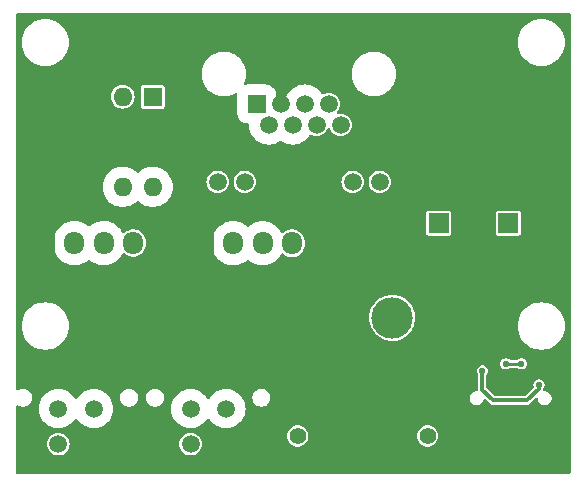
<source format=gbr>
%TF.GenerationSoftware,KiCad,Pcbnew,8.0.7-8.0.7-0~ubuntu22.04.1*%
%TF.CreationDate,2025-01-12T20:07:59+01:00*%
%TF.ProjectId,debug_can_usb,64656275-675f-4636-916e-5f7573622e6b,rev?*%
%TF.SameCoordinates,Original*%
%TF.FileFunction,Copper,L2,Bot*%
%TF.FilePolarity,Positive*%
%FSLAX46Y46*%
G04 Gerber Fmt 4.6, Leading zero omitted, Abs format (unit mm)*
G04 Created by KiCad (PCBNEW 8.0.7-8.0.7-0~ubuntu22.04.1) date 2025-01-12 20:07:59*
%MOMM*%
%LPD*%
G01*
G04 APERTURE LIST*
G04 Aperture macros list*
%AMRoundRect*
0 Rectangle with rounded corners*
0 $1 Rounding radius*
0 $2 $3 $4 $5 $6 $7 $8 $9 X,Y pos of 4 corners*
0 Add a 4 corners polygon primitive as box body*
4,1,4,$2,$3,$4,$5,$6,$7,$8,$9,$2,$3,0*
0 Add four circle primitives for the rounded corners*
1,1,$1+$1,$2,$3*
1,1,$1+$1,$4,$5*
1,1,$1+$1,$6,$7*
1,1,$1+$1,$8,$9*
0 Add four rect primitives between the rounded corners*
20,1,$1+$1,$2,$3,$4,$5,0*
20,1,$1+$1,$4,$5,$6,$7,0*
20,1,$1+$1,$6,$7,$8,$9,0*
20,1,$1+$1,$8,$9,$2,$3,0*%
G04 Aperture macros list end*
%TA.AperFunction,ComponentPad*%
%ADD10RoundRect,0.250001X0.499999X0.499999X-0.499999X0.499999X-0.499999X-0.499999X0.499999X-0.499999X0*%
%TD*%
%TA.AperFunction,ComponentPad*%
%ADD11C,1.500000*%
%TD*%
%TA.AperFunction,ComponentPad*%
%ADD12O,1.000000X2.100000*%
%TD*%
%TA.AperFunction,ComponentPad*%
%ADD13O,1.000000X1.800000*%
%TD*%
%TA.AperFunction,ComponentPad*%
%ADD14RoundRect,0.250000X-0.600000X-0.725000X0.600000X-0.725000X0.600000X0.725000X-0.600000X0.725000X0*%
%TD*%
%TA.AperFunction,ComponentPad*%
%ADD15O,1.700000X1.950000*%
%TD*%
%TA.AperFunction,ComponentPad*%
%ADD16R,1.700000X1.700000*%
%TD*%
%TA.AperFunction,ComponentPad*%
%ADD17R,1.600000X1.600000*%
%TD*%
%TA.AperFunction,ComponentPad*%
%ADD18O,1.600000X1.600000*%
%TD*%
%TA.AperFunction,ComponentPad*%
%ADD19C,1.400000*%
%TD*%
%TA.AperFunction,ComponentPad*%
%ADD20RoundRect,0.770000X0.980000X0.980000X-0.980000X0.980000X-0.980000X-0.980000X0.980000X-0.980000X0*%
%TD*%
%TA.AperFunction,ComponentPad*%
%ADD21C,3.500000*%
%TD*%
%TA.AperFunction,ComponentPad*%
%ADD22R,1.500000X1.500000*%
%TD*%
%TA.AperFunction,ComponentPad*%
%ADD23C,2.300000*%
%TD*%
%TA.AperFunction,ViaPad*%
%ADD24C,0.550000*%
%TD*%
%TA.AperFunction,Conductor*%
%ADD25C,0.254000*%
%TD*%
%TA.AperFunction,Conductor*%
%ADD26C,0.300000*%
%TD*%
G04 APERTURE END LIST*
D10*
%TO.P,U2,1,Pin_1*%
%TO.N,GND*%
X141920000Y-99490001D03*
D11*
%TO.P,U2,2,Pin_2*%
%TO.N,unconnected-(U2-Pin_2-Pad2)*%
X138920000Y-99490001D03*
%TO.P,U2,3,Pin_3*%
%TO.N,/CAN/CAN2+*%
X141920000Y-96490001D03*
%TO.P,U2,4,Pin_4*%
%TO.N,/CAN/CAN2-*%
X138920000Y-96490001D03*
%TD*%
D12*
%TO.P,J5,S1,SHIELD*%
%TO.N,GND*%
X161700000Y-95080001D03*
D13*
X161700000Y-99280001D03*
D12*
X170340000Y-95080001D03*
D13*
X170340000Y-99280001D03*
%TD*%
D14*
%TO.P,J3,1,Pin_1*%
%TO.N,GND*%
X140020000Y-82490001D03*
D15*
%TO.P,J3,2,Pin_2*%
%TO.N,/CAN/CAN2-*%
X142520000Y-82490001D03*
%TO.P,J3,3,Pin_3*%
%TO.N,/CAN/CAN2+*%
X145020000Y-82490001D03*
%TO.P,J3,4,Pin_4*%
%TO.N,unconnected-(J3-Pin_4-Pad4)*%
X147520000Y-82490001D03*
%TD*%
D16*
%TO.P,J4,1,Pin_1*%
%TO.N,/CAN/USB_DOWNSTREAM_D-*%
X165820000Y-80790001D03*
%TD*%
D10*
%TO.P,U3,1,Pin_1*%
%TO.N,GND*%
X130720000Y-99490001D03*
D11*
%TO.P,U3,2,Pin_2*%
%TO.N,unconnected-(U3-Pin_2-Pad2)*%
X127720000Y-99490001D03*
%TO.P,U3,3,Pin_3*%
%TO.N,/CAN/CAN1+*%
X130720000Y-96490001D03*
%TO.P,U3,4,Pin_4*%
%TO.N,/CAN/CAN1-*%
X127720000Y-96490001D03*
%TD*%
D17*
%TO.P,SW1,1*%
%TO.N,Net-(R2-Pad2)*%
X135720000Y-70090001D03*
D18*
%TO.P,SW1,2*%
%TO.N,Net-(R3-Pad2)*%
X133180000Y-70090001D03*
%TO.P,SW1,3*%
%TO.N,/CAN/CAN2-*%
X133180000Y-77710001D03*
%TO.P,SW1,4*%
%TO.N,/CAN/CAN1+*%
X135720000Y-77710001D03*
%TD*%
D14*
%TO.P,J1,1,Pin_1*%
%TO.N,GND*%
X126570000Y-82465001D03*
D15*
%TO.P,J1,2,Pin_2*%
%TO.N,/CAN/CAN1-*%
X129070000Y-82465001D03*
%TO.P,J1,3,Pin_3*%
%TO.N,/CAN/CAN1+*%
X131570000Y-82465001D03*
%TO.P,J1,4,Pin_4*%
%TO.N,unconnected-(J1-Pin_4-Pad4)*%
X134070000Y-82465001D03*
%TD*%
D19*
%TO.P,J7,*%
%TO.N,*%
X159000000Y-98805001D03*
X148000000Y-98805001D03*
D20*
%TO.P,J7,1,Pin_1*%
%TO.N,GND*%
X151000000Y-88805001D03*
D21*
%TO.P,J7,2,Pin_2*%
%TO.N,Net-(D3-A)*%
X156000000Y-88805001D03*
%TD*%
D22*
%TO.P,J2,1*%
%TO.N,/CAN/CAN1-*%
X144524000Y-70690001D03*
D11*
%TO.P,J2,2*%
%TO.N,/CAN/CAN1+*%
X145540000Y-72470002D03*
%TO.P,J2,3*%
%TO.N,GND*%
X146556000Y-70690001D03*
%TO.P,J2,4*%
%TO.N,/CAN/CAN2-*%
X147572000Y-72470002D03*
%TO.P,J2,5*%
%TO.N,/CAN/CAN2+*%
X148588000Y-70690001D03*
%TO.P,J2,6*%
%TO.N,+12V*%
X149604000Y-72470002D03*
%TO.P,J2,7*%
%TO.N,/CAN/USB_DOWNSTREAM_D-*%
X150620000Y-70690001D03*
%TO.P,J2,8*%
%TO.N,/CAN/USB_DOWNSTREAM_D+*%
X151635999Y-72470001D03*
%TO.P,J2,9*%
%TO.N,unconnected-(J2-Pad9)*%
X141224000Y-77290001D03*
%TO.P,J2,10*%
%TO.N,unconnected-(J2-Pad10)*%
X143514000Y-77290001D03*
%TO.P,J2,11*%
%TO.N,unconnected-(J2-Pad11)*%
X152654000Y-77290001D03*
%TO.P,J2,12*%
%TO.N,unconnected-(J2-Pad12)*%
X154944000Y-77290001D03*
D23*
%TO.P,J2,SH*%
%TO.N,GND*%
X139954000Y-71580001D03*
X156214000Y-71580001D03*
%TD*%
D16*
%TO.P,J6,1,Pin_1*%
%TO.N,/CAN/USB_DOWNSTREAM_D+*%
X159920000Y-80790001D03*
%TD*%
D24*
%TO.N,/CAN/USB_DOWNSTREAM_D+*%
X165620000Y-92690001D03*
X166920000Y-92690001D03*
%TO.N,Net-(J5-VBUS-PadA4)*%
X168420000Y-94480001D03*
X163620000Y-93290001D03*
%TD*%
D25*
%TO.N,/CAN/USB_DOWNSTREAM_D+*%
X166920000Y-92690001D02*
X165620000Y-92690001D01*
D26*
%TO.N,Net-(J5-VBUS-PadA4)*%
X164520000Y-95790001D02*
X167420000Y-95790001D01*
X163620000Y-93290001D02*
X163620000Y-94890001D01*
X168420000Y-94790001D02*
X168420000Y-94480001D01*
X167420000Y-95790001D02*
X168420000Y-94790001D01*
X163620000Y-94890001D02*
X164520000Y-95790001D01*
%TD*%
%TA.AperFunction,Conductor*%
%TO.N,GND*%
G36*
X171062539Y-63010186D02*
G01*
X171108294Y-63062990D01*
X171119500Y-63114501D01*
X171119500Y-101865501D01*
X171099815Y-101932540D01*
X171047011Y-101978295D01*
X170995500Y-101989501D01*
X124244500Y-101989501D01*
X124177461Y-101969816D01*
X124131706Y-101917012D01*
X124120500Y-101865501D01*
X124120500Y-99490001D01*
X126764901Y-99490001D01*
X126783252Y-99676332D01*
X126783253Y-99676334D01*
X126837604Y-99855503D01*
X126925862Y-100020624D01*
X126925864Y-100020627D01*
X127044642Y-100165358D01*
X127189373Y-100284136D01*
X127189376Y-100284138D01*
X127354497Y-100372396D01*
X127354499Y-100372397D01*
X127533666Y-100426747D01*
X127533668Y-100426748D01*
X127550374Y-100428393D01*
X127720000Y-100445100D01*
X127906331Y-100426748D01*
X128085501Y-100372397D01*
X128250625Y-100284137D01*
X128395357Y-100165358D01*
X128514136Y-100020626D01*
X128602396Y-99855502D01*
X128656747Y-99676332D01*
X128675099Y-99490001D01*
X137964901Y-99490001D01*
X137983252Y-99676332D01*
X137983253Y-99676334D01*
X138037604Y-99855503D01*
X138125862Y-100020624D01*
X138125864Y-100020627D01*
X138244642Y-100165358D01*
X138389373Y-100284136D01*
X138389376Y-100284138D01*
X138554497Y-100372396D01*
X138554499Y-100372397D01*
X138733666Y-100426747D01*
X138733668Y-100426748D01*
X138750374Y-100428393D01*
X138920000Y-100445100D01*
X139106331Y-100426748D01*
X139285501Y-100372397D01*
X139450625Y-100284137D01*
X139595357Y-100165358D01*
X139714136Y-100020626D01*
X139802396Y-99855502D01*
X139856747Y-99676332D01*
X139875099Y-99490001D01*
X139856747Y-99303670D01*
X139802396Y-99124500D01*
X139802395Y-99124498D01*
X139714137Y-98959377D01*
X139714135Y-98959374D01*
X139595357Y-98814643D01*
X139583608Y-98805001D01*
X147094540Y-98805001D01*
X147114326Y-98993257D01*
X147114327Y-98993260D01*
X147172818Y-99173278D01*
X147172821Y-99173285D01*
X147267467Y-99337217D01*
X147394129Y-99477889D01*
X147547265Y-99589149D01*
X147547270Y-99589152D01*
X147720192Y-99666143D01*
X147720197Y-99666145D01*
X147905354Y-99705501D01*
X147905355Y-99705501D01*
X148094644Y-99705501D01*
X148094646Y-99705501D01*
X148279803Y-99666145D01*
X148452730Y-99589152D01*
X148605871Y-99477889D01*
X148732533Y-99337217D01*
X148827179Y-99173285D01*
X148885674Y-98993257D01*
X148905460Y-98805001D01*
X158094540Y-98805001D01*
X158114326Y-98993257D01*
X158114327Y-98993260D01*
X158172818Y-99173278D01*
X158172821Y-99173285D01*
X158267467Y-99337217D01*
X158394129Y-99477889D01*
X158547265Y-99589149D01*
X158547270Y-99589152D01*
X158720192Y-99666143D01*
X158720197Y-99666145D01*
X158905354Y-99705501D01*
X158905355Y-99705501D01*
X159094644Y-99705501D01*
X159094646Y-99705501D01*
X159279803Y-99666145D01*
X159452730Y-99589152D01*
X159605871Y-99477889D01*
X159732533Y-99337217D01*
X159827179Y-99173285D01*
X159885674Y-98993257D01*
X159905460Y-98805001D01*
X159885674Y-98616745D01*
X159827179Y-98436717D01*
X159732533Y-98272785D01*
X159605871Y-98132113D01*
X159605870Y-98132112D01*
X159452734Y-98020852D01*
X159452729Y-98020849D01*
X159279807Y-97943858D01*
X159279802Y-97943856D01*
X159134001Y-97912866D01*
X159094646Y-97904501D01*
X158905354Y-97904501D01*
X158872897Y-97911399D01*
X158720197Y-97943856D01*
X158720192Y-97943858D01*
X158547270Y-98020849D01*
X158547265Y-98020852D01*
X158394129Y-98132112D01*
X158267466Y-98272786D01*
X158172821Y-98436716D01*
X158172818Y-98436723D01*
X158114327Y-98616741D01*
X158114326Y-98616745D01*
X158094540Y-98805001D01*
X148905460Y-98805001D01*
X148885674Y-98616745D01*
X148827179Y-98436717D01*
X148732533Y-98272785D01*
X148605871Y-98132113D01*
X148605870Y-98132112D01*
X148452734Y-98020852D01*
X148452729Y-98020849D01*
X148279807Y-97943858D01*
X148279802Y-97943856D01*
X148134001Y-97912866D01*
X148094646Y-97904501D01*
X147905354Y-97904501D01*
X147872897Y-97911399D01*
X147720197Y-97943856D01*
X147720192Y-97943858D01*
X147547270Y-98020849D01*
X147547265Y-98020852D01*
X147394129Y-98132112D01*
X147267466Y-98272786D01*
X147172821Y-98436716D01*
X147172818Y-98436723D01*
X147114327Y-98616741D01*
X147114326Y-98616745D01*
X147094540Y-98805001D01*
X139583608Y-98805001D01*
X139450626Y-98695865D01*
X139450623Y-98695863D01*
X139285502Y-98607605D01*
X139106333Y-98553254D01*
X139106331Y-98553253D01*
X138920000Y-98534902D01*
X138733668Y-98553253D01*
X138733666Y-98553254D01*
X138554497Y-98607605D01*
X138389376Y-98695863D01*
X138389373Y-98695865D01*
X138244642Y-98814643D01*
X138125864Y-98959374D01*
X138125862Y-98959377D01*
X138037604Y-99124498D01*
X137983253Y-99303667D01*
X137983252Y-99303669D01*
X137964901Y-99490001D01*
X128675099Y-99490001D01*
X128656747Y-99303670D01*
X128602396Y-99124500D01*
X128602395Y-99124498D01*
X128514137Y-98959377D01*
X128514135Y-98959374D01*
X128395357Y-98814643D01*
X128250626Y-98695865D01*
X128250623Y-98695863D01*
X128085502Y-98607605D01*
X127906333Y-98553254D01*
X127906331Y-98553253D01*
X127720000Y-98534902D01*
X127533668Y-98553253D01*
X127533666Y-98553254D01*
X127354497Y-98607605D01*
X127189376Y-98695863D01*
X127189373Y-98695865D01*
X127044642Y-98814643D01*
X126925864Y-98959374D01*
X126925862Y-98959377D01*
X126837604Y-99124498D01*
X126783253Y-99303667D01*
X126783252Y-99303669D01*
X126764901Y-99490001D01*
X124120500Y-99490001D01*
X124120500Y-96490001D01*
X126064396Y-96490001D01*
X126084778Y-96748991D01*
X126145427Y-97001611D01*
X126244843Y-97241624D01*
X126244845Y-97241628D01*
X126244846Y-97241629D01*
X126380588Y-97463141D01*
X126549311Y-97660690D01*
X126746860Y-97829413D01*
X126968372Y-97965155D01*
X126968374Y-97965155D01*
X126968376Y-97965157D01*
X127029693Y-97990555D01*
X127208390Y-98064574D01*
X127461006Y-98125222D01*
X127720000Y-98145605D01*
X127978994Y-98125222D01*
X128231610Y-98064574D01*
X128471628Y-97965155D01*
X128693140Y-97829413D01*
X128890689Y-97660690D01*
X129059412Y-97463141D01*
X129114272Y-97373616D01*
X129166084Y-97326741D01*
X129235014Y-97315318D01*
X129299177Y-97342975D01*
X129325727Y-97373616D01*
X129380588Y-97463141D01*
X129549311Y-97660690D01*
X129746860Y-97829413D01*
X129968372Y-97965155D01*
X129968374Y-97965155D01*
X129968376Y-97965157D01*
X130029693Y-97990555D01*
X130208390Y-98064574D01*
X130461006Y-98125222D01*
X130720000Y-98145605D01*
X130978994Y-98125222D01*
X131231610Y-98064574D01*
X131471628Y-97965155D01*
X131693140Y-97829413D01*
X131890689Y-97660690D01*
X132059412Y-97463141D01*
X132195154Y-97241629D01*
X132294573Y-97001611D01*
X132355221Y-96748995D01*
X132375604Y-96490001D01*
X137264396Y-96490001D01*
X137284778Y-96748991D01*
X137345427Y-97001611D01*
X137444843Y-97241624D01*
X137444845Y-97241628D01*
X137444846Y-97241629D01*
X137580588Y-97463141D01*
X137749311Y-97660690D01*
X137946860Y-97829413D01*
X138168372Y-97965155D01*
X138168374Y-97965155D01*
X138168376Y-97965157D01*
X138229693Y-97990555D01*
X138408390Y-98064574D01*
X138661006Y-98125222D01*
X138920000Y-98145605D01*
X139178994Y-98125222D01*
X139431610Y-98064574D01*
X139671628Y-97965155D01*
X139893140Y-97829413D01*
X140090689Y-97660690D01*
X140259412Y-97463141D01*
X140314272Y-97373616D01*
X140366084Y-97326741D01*
X140435014Y-97315318D01*
X140499177Y-97342975D01*
X140525727Y-97373616D01*
X140580588Y-97463141D01*
X140749311Y-97660690D01*
X140946860Y-97829413D01*
X141168372Y-97965155D01*
X141168374Y-97965155D01*
X141168376Y-97965157D01*
X141229693Y-97990555D01*
X141408390Y-98064574D01*
X141661006Y-98125222D01*
X141920000Y-98145605D01*
X142178994Y-98125222D01*
X142431610Y-98064574D01*
X142671628Y-97965155D01*
X142893140Y-97829413D01*
X143090689Y-97660690D01*
X143259412Y-97463141D01*
X143395154Y-97241629D01*
X143494573Y-97001611D01*
X143555221Y-96748995D01*
X143575604Y-96490001D01*
X143555221Y-96231007D01*
X143494573Y-95978391D01*
X143409496Y-95772997D01*
X143395156Y-95738377D01*
X143387043Y-95725138D01*
X143259412Y-95516861D01*
X143223402Y-95474699D01*
X144155500Y-95474699D01*
X144155500Y-95625302D01*
X144184877Y-95772989D01*
X144184879Y-95772997D01*
X144242507Y-95912125D01*
X144242512Y-95912134D01*
X144326173Y-96037340D01*
X144326176Y-96037344D01*
X144432656Y-96143824D01*
X144432660Y-96143827D01*
X144557866Y-96227488D01*
X144557875Y-96227493D01*
X144589393Y-96240548D01*
X144697004Y-96285122D01*
X144844698Y-96314500D01*
X144844702Y-96314501D01*
X144844703Y-96314501D01*
X144995298Y-96314501D01*
X144995299Y-96314500D01*
X145142996Y-96285122D01*
X145282127Y-96227492D01*
X145407340Y-96143827D01*
X145513826Y-96037341D01*
X145597491Y-95912128D01*
X145655121Y-95772997D01*
X145684500Y-95625298D01*
X145684500Y-95523708D01*
X162550500Y-95523708D01*
X162550500Y-95676294D01*
X162576410Y-95772989D01*
X162589993Y-95823682D01*
X162666282Y-95955818D01*
X162666284Y-95955820D01*
X162666285Y-95955822D01*
X162774179Y-96063716D01*
X162774180Y-96063717D01*
X162774182Y-96063718D01*
X162906318Y-96140007D01*
X162906319Y-96140007D01*
X162906322Y-96140009D01*
X163053707Y-96179501D01*
X163053710Y-96179501D01*
X163206290Y-96179501D01*
X163206293Y-96179501D01*
X163353678Y-96140009D01*
X163485821Y-96063716D01*
X163593715Y-95955822D01*
X163670008Y-95823679D01*
X163696413Y-95725134D01*
X163732776Y-95665478D01*
X163795622Y-95634948D01*
X163864998Y-95643242D01*
X163903867Y-95669550D01*
X164304788Y-96070471D01*
X164384712Y-96116615D01*
X164473856Y-96140501D01*
X164473858Y-96140501D01*
X167466142Y-96140501D01*
X167466144Y-96140501D01*
X167555288Y-96116615D01*
X167635212Y-96070471D01*
X168118819Y-95586862D01*
X168180142Y-95553378D01*
X168249833Y-95558362D01*
X168305767Y-95600233D01*
X168330184Y-95665698D01*
X168330500Y-95674544D01*
X168330500Y-95676294D01*
X168356410Y-95772989D01*
X168369993Y-95823682D01*
X168446282Y-95955818D01*
X168446284Y-95955820D01*
X168446285Y-95955822D01*
X168554179Y-96063716D01*
X168554180Y-96063717D01*
X168554182Y-96063718D01*
X168686318Y-96140007D01*
X168686319Y-96140007D01*
X168686322Y-96140009D01*
X168833707Y-96179501D01*
X168833710Y-96179501D01*
X168986290Y-96179501D01*
X168986293Y-96179501D01*
X169133678Y-96140009D01*
X169265821Y-96063716D01*
X169373715Y-95955822D01*
X169450008Y-95823679D01*
X169489500Y-95676294D01*
X169489500Y-95523708D01*
X169450008Y-95376323D01*
X169373715Y-95244180D01*
X169265821Y-95136286D01*
X169265819Y-95136285D01*
X169265817Y-95136283D01*
X169133681Y-95059994D01*
X169133682Y-95059994D01*
X169121595Y-95056755D01*
X168986293Y-95020501D01*
X168882702Y-95020501D01*
X168815663Y-95000816D01*
X168769908Y-94948012D01*
X168759964Y-94878854D01*
X168762927Y-94864409D01*
X168766079Y-94852645D01*
X168770500Y-94836145D01*
X168770500Y-94836133D01*
X168771002Y-94832325D01*
X168772324Y-94829334D01*
X168772603Y-94828296D01*
X168772764Y-94828339D01*
X168799265Y-94768427D01*
X168800079Y-94767474D01*
X168824130Y-94739719D01*
X168880931Y-94615343D01*
X168900390Y-94480001D01*
X168880931Y-94344659D01*
X168868677Y-94317828D01*
X168824132Y-94220286D01*
X168824127Y-94220279D01*
X168734590Y-94116947D01*
X168734586Y-94116943D01*
X168619559Y-94043022D01*
X168488368Y-94004501D01*
X168488367Y-94004501D01*
X168351633Y-94004501D01*
X168351632Y-94004501D01*
X168220440Y-94043022D01*
X168105413Y-94116943D01*
X168105409Y-94116947D01*
X168015872Y-94220279D01*
X168015867Y-94220286D01*
X167959070Y-94344655D01*
X167959068Y-94344663D01*
X167939610Y-94480001D01*
X167959068Y-94615342D01*
X167959069Y-94615343D01*
X167967166Y-94633073D01*
X167977109Y-94702231D01*
X167948084Y-94765787D01*
X167942052Y-94772265D01*
X167311137Y-95403182D01*
X167249814Y-95436667D01*
X167223456Y-95439501D01*
X164716544Y-95439501D01*
X164649505Y-95419816D01*
X164628863Y-95403182D01*
X164006819Y-94781138D01*
X163973334Y-94719815D01*
X163970500Y-94693457D01*
X163970500Y-93657860D01*
X163990185Y-93590821D01*
X164000780Y-93576666D01*
X164024130Y-93549719D01*
X164080931Y-93425343D01*
X164100390Y-93290001D01*
X164080931Y-93154659D01*
X164068290Y-93126979D01*
X164024132Y-93030286D01*
X164024127Y-93030279D01*
X163934590Y-92926947D01*
X163934586Y-92926943D01*
X163819559Y-92853022D01*
X163688368Y-92814501D01*
X163688367Y-92814501D01*
X163551633Y-92814501D01*
X163551632Y-92814501D01*
X163420440Y-92853022D01*
X163305413Y-92926943D01*
X163305409Y-92926947D01*
X163215872Y-93030279D01*
X163215867Y-93030286D01*
X163159070Y-93154655D01*
X163159068Y-93154663D01*
X163139610Y-93290001D01*
X163159068Y-93425338D01*
X163159070Y-93425346D01*
X163215867Y-93549715D01*
X163215869Y-93549717D01*
X163215870Y-93549719D01*
X163239213Y-93576658D01*
X163268238Y-93640211D01*
X163269500Y-93657860D01*
X163269500Y-94896501D01*
X163249815Y-94963540D01*
X163197011Y-95009295D01*
X163145500Y-95020501D01*
X163053707Y-95020501D01*
X162918404Y-95056755D01*
X162906318Y-95059994D01*
X162774182Y-95136283D01*
X162774176Y-95136288D01*
X162666287Y-95244177D01*
X162666282Y-95244183D01*
X162589993Y-95376319D01*
X162589992Y-95376323D01*
X162550500Y-95523708D01*
X145684500Y-95523708D01*
X145684500Y-95474704D01*
X145655121Y-95327005D01*
X145597491Y-95187874D01*
X145597490Y-95187873D01*
X145597487Y-95187867D01*
X145513826Y-95062661D01*
X145513823Y-95062657D01*
X145407343Y-94956177D01*
X145407339Y-94956174D01*
X145282133Y-94872513D01*
X145282124Y-94872508D01*
X145142996Y-94814880D01*
X145142988Y-94814878D01*
X144995301Y-94785501D01*
X144995297Y-94785501D01*
X144844703Y-94785501D01*
X144844698Y-94785501D01*
X144697011Y-94814878D01*
X144697003Y-94814880D01*
X144557875Y-94872508D01*
X144557866Y-94872513D01*
X144432660Y-94956174D01*
X144432656Y-94956177D01*
X144326176Y-95062657D01*
X144326173Y-95062661D01*
X144242512Y-95187867D01*
X144242507Y-95187876D01*
X144184879Y-95327004D01*
X144184877Y-95327012D01*
X144155500Y-95474699D01*
X143223402Y-95474699D01*
X143090689Y-95319312D01*
X142893140Y-95150589D01*
X142671628Y-95014847D01*
X142671627Y-95014846D01*
X142671623Y-95014844D01*
X142455416Y-94925289D01*
X142431610Y-94915428D01*
X142431611Y-94915428D01*
X142219101Y-94864409D01*
X142178994Y-94854780D01*
X142178992Y-94854779D01*
X142178991Y-94854779D01*
X141920000Y-94834397D01*
X141661009Y-94854779D01*
X141408389Y-94915428D01*
X141168376Y-95014844D01*
X140946859Y-95150589D01*
X140749311Y-95319312D01*
X140580585Y-95516863D01*
X140580584Y-95516866D01*
X140525727Y-95606385D01*
X140473915Y-95653260D01*
X140404986Y-95664683D01*
X140340823Y-95637026D01*
X140314273Y-95606385D01*
X140259415Y-95516866D01*
X140259414Y-95516863D01*
X140190920Y-95436667D01*
X140090689Y-95319312D01*
X139893140Y-95150589D01*
X139671628Y-95014847D01*
X139671627Y-95014846D01*
X139671623Y-95014844D01*
X139455416Y-94925289D01*
X139431610Y-94915428D01*
X139431611Y-94915428D01*
X139219101Y-94864409D01*
X139178994Y-94854780D01*
X139178992Y-94854779D01*
X139178991Y-94854779D01*
X138920000Y-94834397D01*
X138661009Y-94854779D01*
X138408389Y-94915428D01*
X138168376Y-95014844D01*
X137946859Y-95150589D01*
X137749311Y-95319312D01*
X137580588Y-95516860D01*
X137444843Y-95738377D01*
X137345427Y-95978390D01*
X137284778Y-96231010D01*
X137264396Y-96490001D01*
X132375604Y-96490001D01*
X132355221Y-96231007D01*
X132294573Y-95978391D01*
X132209496Y-95772997D01*
X132195156Y-95738377D01*
X132187043Y-95725138D01*
X132059412Y-95516861D01*
X132023402Y-95474699D01*
X132955500Y-95474699D01*
X132955500Y-95625302D01*
X132984877Y-95772989D01*
X132984879Y-95772997D01*
X133042507Y-95912125D01*
X133042512Y-95912134D01*
X133126173Y-96037340D01*
X133126176Y-96037344D01*
X133232656Y-96143824D01*
X133232660Y-96143827D01*
X133357866Y-96227488D01*
X133357875Y-96227493D01*
X133389393Y-96240548D01*
X133497004Y-96285122D01*
X133644698Y-96314500D01*
X133644702Y-96314501D01*
X133644703Y-96314501D01*
X133795298Y-96314501D01*
X133795299Y-96314500D01*
X133942996Y-96285122D01*
X134082127Y-96227492D01*
X134207340Y-96143827D01*
X134313826Y-96037341D01*
X134397491Y-95912128D01*
X134455121Y-95772997D01*
X134484500Y-95625298D01*
X134484500Y-95474704D01*
X134484499Y-95474699D01*
X135155500Y-95474699D01*
X135155500Y-95625302D01*
X135184877Y-95772989D01*
X135184879Y-95772997D01*
X135242507Y-95912125D01*
X135242512Y-95912134D01*
X135326173Y-96037340D01*
X135326176Y-96037344D01*
X135432656Y-96143824D01*
X135432660Y-96143827D01*
X135557866Y-96227488D01*
X135557875Y-96227493D01*
X135589393Y-96240548D01*
X135697004Y-96285122D01*
X135844698Y-96314500D01*
X135844702Y-96314501D01*
X135844703Y-96314501D01*
X135995298Y-96314501D01*
X135995299Y-96314500D01*
X136142996Y-96285122D01*
X136282127Y-96227492D01*
X136407340Y-96143827D01*
X136513826Y-96037341D01*
X136597491Y-95912128D01*
X136655121Y-95772997D01*
X136684500Y-95625298D01*
X136684500Y-95474704D01*
X136655121Y-95327005D01*
X136597491Y-95187874D01*
X136597490Y-95187873D01*
X136597487Y-95187867D01*
X136513826Y-95062661D01*
X136513823Y-95062657D01*
X136407343Y-94956177D01*
X136407339Y-94956174D01*
X136282133Y-94872513D01*
X136282124Y-94872508D01*
X136142996Y-94814880D01*
X136142988Y-94814878D01*
X135995301Y-94785501D01*
X135995297Y-94785501D01*
X135844703Y-94785501D01*
X135844698Y-94785501D01*
X135697011Y-94814878D01*
X135697003Y-94814880D01*
X135557875Y-94872508D01*
X135557866Y-94872513D01*
X135432660Y-94956174D01*
X135432656Y-94956177D01*
X135326176Y-95062657D01*
X135326173Y-95062661D01*
X135242512Y-95187867D01*
X135242507Y-95187876D01*
X135184879Y-95327004D01*
X135184877Y-95327012D01*
X135155500Y-95474699D01*
X134484499Y-95474699D01*
X134455121Y-95327005D01*
X134397491Y-95187874D01*
X134397490Y-95187873D01*
X134397487Y-95187867D01*
X134313826Y-95062661D01*
X134313823Y-95062657D01*
X134207343Y-94956177D01*
X134207339Y-94956174D01*
X134082133Y-94872513D01*
X134082124Y-94872508D01*
X133942996Y-94814880D01*
X133942988Y-94814878D01*
X133795301Y-94785501D01*
X133795297Y-94785501D01*
X133644703Y-94785501D01*
X133644698Y-94785501D01*
X133497011Y-94814878D01*
X133497003Y-94814880D01*
X133357875Y-94872508D01*
X133357866Y-94872513D01*
X133232660Y-94956174D01*
X133232656Y-94956177D01*
X133126176Y-95062657D01*
X133126173Y-95062661D01*
X133042512Y-95187867D01*
X133042507Y-95187876D01*
X132984879Y-95327004D01*
X132984877Y-95327012D01*
X132955500Y-95474699D01*
X132023402Y-95474699D01*
X131890689Y-95319312D01*
X131693140Y-95150589D01*
X131471628Y-95014847D01*
X131471627Y-95014846D01*
X131471623Y-95014844D01*
X131255416Y-94925289D01*
X131231610Y-94915428D01*
X131231611Y-94915428D01*
X131019101Y-94864409D01*
X130978994Y-94854780D01*
X130978992Y-94854779D01*
X130978991Y-94854779D01*
X130720000Y-94834397D01*
X130461009Y-94854779D01*
X130208389Y-94915428D01*
X129968376Y-95014844D01*
X129746859Y-95150589D01*
X129549311Y-95319312D01*
X129380585Y-95516863D01*
X129380584Y-95516866D01*
X129325727Y-95606385D01*
X129273915Y-95653260D01*
X129204986Y-95664683D01*
X129140823Y-95637026D01*
X129114273Y-95606385D01*
X129059415Y-95516866D01*
X129059414Y-95516863D01*
X128990920Y-95436667D01*
X128890689Y-95319312D01*
X128693140Y-95150589D01*
X128471628Y-95014847D01*
X128471627Y-95014846D01*
X128471623Y-95014844D01*
X128255416Y-94925289D01*
X128231610Y-94915428D01*
X128231611Y-94915428D01*
X128019101Y-94864409D01*
X127978994Y-94854780D01*
X127978992Y-94854779D01*
X127978991Y-94854779D01*
X127720000Y-94834397D01*
X127461009Y-94854779D01*
X127208389Y-94915428D01*
X126968376Y-95014844D01*
X126746859Y-95150589D01*
X126549311Y-95319312D01*
X126380588Y-95516860D01*
X126244843Y-95738377D01*
X126145427Y-95978390D01*
X126084778Y-96231010D01*
X126064396Y-96490001D01*
X124120500Y-96490001D01*
X124120500Y-96300872D01*
X124140185Y-96233833D01*
X124192989Y-96188078D01*
X124262147Y-96178134D01*
X124313389Y-96197769D01*
X124357872Y-96227491D01*
X124357875Y-96227493D01*
X124389393Y-96240548D01*
X124497004Y-96285122D01*
X124644698Y-96314500D01*
X124644702Y-96314501D01*
X124644703Y-96314501D01*
X124795298Y-96314501D01*
X124795299Y-96314500D01*
X124942996Y-96285122D01*
X125082127Y-96227492D01*
X125207340Y-96143827D01*
X125313826Y-96037341D01*
X125397491Y-95912128D01*
X125455121Y-95772997D01*
X125484500Y-95625298D01*
X125484500Y-95474704D01*
X125455121Y-95327005D01*
X125397491Y-95187874D01*
X125397490Y-95187873D01*
X125397487Y-95187867D01*
X125313826Y-95062661D01*
X125313823Y-95062657D01*
X125207343Y-94956177D01*
X125207339Y-94956174D01*
X125082133Y-94872513D01*
X125082124Y-94872508D01*
X124942996Y-94814880D01*
X124942988Y-94814878D01*
X124795301Y-94785501D01*
X124795297Y-94785501D01*
X124644703Y-94785501D01*
X124644698Y-94785501D01*
X124497011Y-94814878D01*
X124497003Y-94814880D01*
X124357875Y-94872508D01*
X124357861Y-94872516D01*
X124313390Y-94902231D01*
X124246713Y-94923109D01*
X124179333Y-94904624D01*
X124132643Y-94852645D01*
X124120500Y-94799129D01*
X124120500Y-92690001D01*
X165139610Y-92690001D01*
X165159068Y-92825338D01*
X165159070Y-92825346D01*
X165215867Y-92949715D01*
X165215872Y-92949722D01*
X165305409Y-93053054D01*
X165305413Y-93053058D01*
X165365979Y-93091980D01*
X165420439Y-93126979D01*
X165486036Y-93146240D01*
X165551632Y-93165501D01*
X165551633Y-93165501D01*
X165688367Y-93165501D01*
X165819561Y-93126979D01*
X165934589Y-93053056D01*
X165934591Y-93053053D01*
X165940671Y-93047786D01*
X166004228Y-93018763D01*
X166021872Y-93017501D01*
X166518128Y-93017501D01*
X166585167Y-93037186D01*
X166599329Y-93047786D01*
X166605413Y-93053058D01*
X166665979Y-93091980D01*
X166720439Y-93126979D01*
X166786036Y-93146240D01*
X166851632Y-93165501D01*
X166851633Y-93165501D01*
X166988367Y-93165501D01*
X167119561Y-93126979D01*
X167234589Y-93053056D01*
X167324130Y-92949719D01*
X167380931Y-92825343D01*
X167400390Y-92690001D01*
X167380931Y-92554659D01*
X167368677Y-92527828D01*
X167324132Y-92430286D01*
X167324127Y-92430279D01*
X167234590Y-92326947D01*
X167234586Y-92326943D01*
X167119559Y-92253022D01*
X166988368Y-92214501D01*
X166988367Y-92214501D01*
X166851633Y-92214501D01*
X166851632Y-92214501D01*
X166720440Y-92253022D01*
X166605413Y-92326943D01*
X166599329Y-92332216D01*
X166535772Y-92361239D01*
X166518128Y-92362501D01*
X166021872Y-92362501D01*
X165954833Y-92342816D01*
X165940671Y-92332216D01*
X165934586Y-92326943D01*
X165819559Y-92253022D01*
X165688368Y-92214501D01*
X165688367Y-92214501D01*
X165551633Y-92214501D01*
X165551632Y-92214501D01*
X165420440Y-92253022D01*
X165305413Y-92326943D01*
X165305409Y-92326947D01*
X165215872Y-92430279D01*
X165215867Y-92430286D01*
X165159070Y-92554655D01*
X165159068Y-92554663D01*
X165139610Y-92690001D01*
X124120500Y-92690001D01*
X124120500Y-89489999D01*
X124614390Y-89489999D01*
X124614390Y-89490002D01*
X124634804Y-89775434D01*
X124695628Y-90055038D01*
X124795635Y-90323167D01*
X124932770Y-90574310D01*
X124932775Y-90574318D01*
X125104254Y-90803388D01*
X125104270Y-90803406D01*
X125306594Y-91005730D01*
X125306612Y-91005746D01*
X125535682Y-91177225D01*
X125535690Y-91177230D01*
X125786833Y-91314365D01*
X125786832Y-91314365D01*
X125786836Y-91314366D01*
X125786839Y-91314368D01*
X126054954Y-91414370D01*
X126054960Y-91414371D01*
X126054962Y-91414372D01*
X126334566Y-91475196D01*
X126334568Y-91475196D01*
X126334572Y-91475197D01*
X126588220Y-91493338D01*
X126619999Y-91495611D01*
X126620000Y-91495611D01*
X126620001Y-91495611D01*
X126648595Y-91493565D01*
X126905428Y-91475197D01*
X127185046Y-91414370D01*
X127453161Y-91314368D01*
X127704315Y-91177227D01*
X127933395Y-91005740D01*
X128135739Y-90803396D01*
X128307226Y-90574316D01*
X128444367Y-90323162D01*
X128544369Y-90055047D01*
X128586317Y-89862214D01*
X128605195Y-89775434D01*
X128605195Y-89775433D01*
X128605196Y-89775429D01*
X128625610Y-89490001D01*
X128605196Y-89204573D01*
X128544369Y-88924955D01*
X128499628Y-88804999D01*
X154044518Y-88804999D01*
X154044518Y-88805002D01*
X154064422Y-89083300D01*
X154090804Y-89204573D01*
X154123729Y-89355924D01*
X154173736Y-89489999D01*
X154221231Y-89617339D01*
X154221233Y-89617343D01*
X154354940Y-89862208D01*
X154354945Y-89862216D01*
X154522138Y-90085561D01*
X154522154Y-90085579D01*
X154719421Y-90282846D01*
X154719439Y-90282862D01*
X154942784Y-90450055D01*
X154942792Y-90450060D01*
X155187657Y-90583767D01*
X155187661Y-90583769D01*
X155187663Y-90583770D01*
X155449077Y-90681272D01*
X155585391Y-90710925D01*
X155721700Y-90740578D01*
X155721702Y-90740578D01*
X155721706Y-90740579D01*
X155969014Y-90758266D01*
X155999999Y-90760483D01*
X156000000Y-90760483D01*
X156000001Y-90760483D01*
X156027881Y-90758488D01*
X156278294Y-90740579D01*
X156550923Y-90681272D01*
X156812337Y-90583770D01*
X157057213Y-90450057D01*
X157280568Y-90282856D01*
X157477855Y-90085569D01*
X157645056Y-89862214D01*
X157778769Y-89617338D01*
X157826264Y-89489999D01*
X166614390Y-89489999D01*
X166614390Y-89490002D01*
X166634804Y-89775434D01*
X166695628Y-90055038D01*
X166795635Y-90323167D01*
X166932770Y-90574310D01*
X166932775Y-90574318D01*
X167104254Y-90803388D01*
X167104270Y-90803406D01*
X167306594Y-91005730D01*
X167306612Y-91005746D01*
X167535682Y-91177225D01*
X167535690Y-91177230D01*
X167786833Y-91314365D01*
X167786832Y-91314365D01*
X167786836Y-91314366D01*
X167786839Y-91314368D01*
X168054954Y-91414370D01*
X168054960Y-91414371D01*
X168054962Y-91414372D01*
X168334566Y-91475196D01*
X168334568Y-91475196D01*
X168334572Y-91475197D01*
X168588220Y-91493338D01*
X168619999Y-91495611D01*
X168620000Y-91495611D01*
X168620001Y-91495611D01*
X168648595Y-91493565D01*
X168905428Y-91475197D01*
X169185046Y-91414370D01*
X169453161Y-91314368D01*
X169704315Y-91177227D01*
X169933395Y-91005740D01*
X170135739Y-90803396D01*
X170307226Y-90574316D01*
X170444367Y-90323162D01*
X170544369Y-90055047D01*
X170586317Y-89862214D01*
X170605195Y-89775434D01*
X170605195Y-89775433D01*
X170605196Y-89775429D01*
X170625610Y-89490001D01*
X170605196Y-89204573D01*
X170544369Y-88924955D01*
X170444367Y-88656840D01*
X170373305Y-88526701D01*
X170307229Y-88405691D01*
X170307224Y-88405683D01*
X170135745Y-88176613D01*
X170135729Y-88176595D01*
X169933405Y-87974271D01*
X169933387Y-87974255D01*
X169704317Y-87802776D01*
X169704309Y-87802771D01*
X169453166Y-87665636D01*
X169453167Y-87665636D01*
X169345915Y-87625633D01*
X169185046Y-87565632D01*
X169185043Y-87565631D01*
X169185037Y-87565629D01*
X168905433Y-87504805D01*
X168620001Y-87484391D01*
X168619999Y-87484391D01*
X168334566Y-87504805D01*
X168054962Y-87565629D01*
X167786833Y-87665636D01*
X167535690Y-87802771D01*
X167535682Y-87802776D01*
X167306612Y-87974255D01*
X167306594Y-87974271D01*
X167104270Y-88176595D01*
X167104254Y-88176613D01*
X166932775Y-88405683D01*
X166932770Y-88405691D01*
X166795635Y-88656834D01*
X166695628Y-88924963D01*
X166634804Y-89204567D01*
X166614390Y-89489999D01*
X157826264Y-89489999D01*
X157876271Y-89355924D01*
X157935578Y-89083295D01*
X157955482Y-88805001D01*
X157935578Y-88526707D01*
X157909252Y-88405691D01*
X157876272Y-88254084D01*
X157876271Y-88254078D01*
X157778769Y-87992664D01*
X157675081Y-87802775D01*
X157645059Y-87747793D01*
X157645054Y-87747785D01*
X157477861Y-87524440D01*
X157477845Y-87524422D01*
X157280578Y-87327155D01*
X157280560Y-87327139D01*
X157057215Y-87159946D01*
X157057207Y-87159941D01*
X156812342Y-87026234D01*
X156812338Y-87026232D01*
X156713230Y-86989267D01*
X156550923Y-86928730D01*
X156550919Y-86928729D01*
X156550916Y-86928728D01*
X156278299Y-86869423D01*
X156000001Y-86849519D01*
X155999999Y-86849519D01*
X155721700Y-86869423D01*
X155449083Y-86928728D01*
X155449078Y-86928729D01*
X155449077Y-86928730D01*
X155385875Y-86952302D01*
X155187661Y-87026232D01*
X155187657Y-87026234D01*
X154942792Y-87159941D01*
X154942784Y-87159946D01*
X154719439Y-87327139D01*
X154719421Y-87327155D01*
X154522154Y-87524422D01*
X154522138Y-87524440D01*
X154354945Y-87747785D01*
X154354940Y-87747793D01*
X154221233Y-87992658D01*
X154221231Y-87992662D01*
X154123727Y-88254084D01*
X154064422Y-88526701D01*
X154044518Y-88804999D01*
X128499628Y-88804999D01*
X128444367Y-88656840D01*
X128373305Y-88526701D01*
X128307229Y-88405691D01*
X128307224Y-88405683D01*
X128135745Y-88176613D01*
X128135729Y-88176595D01*
X127933405Y-87974271D01*
X127933387Y-87974255D01*
X127704317Y-87802776D01*
X127704309Y-87802771D01*
X127453166Y-87665636D01*
X127453167Y-87665636D01*
X127345915Y-87625633D01*
X127185046Y-87565632D01*
X127185043Y-87565631D01*
X127185037Y-87565629D01*
X126905433Y-87504805D01*
X126620001Y-87484391D01*
X126619999Y-87484391D01*
X126334566Y-87504805D01*
X126054962Y-87565629D01*
X125786833Y-87665636D01*
X125535690Y-87802771D01*
X125535682Y-87802776D01*
X125306612Y-87974255D01*
X125306594Y-87974271D01*
X125104270Y-88176595D01*
X125104254Y-88176613D01*
X124932775Y-88405683D01*
X124932770Y-88405691D01*
X124795635Y-88656834D01*
X124695628Y-88924963D01*
X124634804Y-89204567D01*
X124614390Y-89489999D01*
X124120500Y-89489999D01*
X124120500Y-82225259D01*
X127319500Y-82225259D01*
X127319500Y-82704742D01*
X127344446Y-82894216D01*
X127349452Y-82932239D01*
X127391080Y-83087597D01*
X127408842Y-83153888D01*
X127496650Y-83365877D01*
X127496657Y-83365891D01*
X127611392Y-83564618D01*
X127751081Y-83746662D01*
X127751089Y-83746671D01*
X127913330Y-83908912D01*
X127913338Y-83908919D01*
X127913339Y-83908920D01*
X127963962Y-83947765D01*
X128095382Y-84048608D01*
X128095385Y-84048609D01*
X128095388Y-84048612D01*
X128294112Y-84163345D01*
X128294117Y-84163347D01*
X128294123Y-84163350D01*
X128354462Y-84188343D01*
X128506113Y-84251159D01*
X128727762Y-84310549D01*
X128955266Y-84340501D01*
X128955273Y-84340501D01*
X129184727Y-84340501D01*
X129184734Y-84340501D01*
X129412238Y-84310549D01*
X129633887Y-84251159D01*
X129845888Y-84163345D01*
X130044612Y-84048612D01*
X130226661Y-83908920D01*
X130232314Y-83903267D01*
X130293635Y-83869778D01*
X130363327Y-83874759D01*
X130407686Y-83903267D01*
X130413332Y-83908914D01*
X130413338Y-83908919D01*
X130413339Y-83908920D01*
X130463962Y-83947765D01*
X130595382Y-84048608D01*
X130595385Y-84048609D01*
X130595388Y-84048612D01*
X130794112Y-84163345D01*
X130794117Y-84163347D01*
X130794123Y-84163350D01*
X130854462Y-84188343D01*
X131006113Y-84251159D01*
X131227762Y-84310549D01*
X131455266Y-84340501D01*
X131455273Y-84340501D01*
X131684727Y-84340501D01*
X131684734Y-84340501D01*
X131912238Y-84310549D01*
X132133887Y-84251159D01*
X132345888Y-84163345D01*
X132544612Y-84048612D01*
X132726661Y-83908920D01*
X132726667Y-83908914D01*
X132726670Y-83908912D01*
X132888911Y-83746671D01*
X132888914Y-83746666D01*
X132888919Y-83746662D01*
X133028611Y-83564613D01*
X133141939Y-83368321D01*
X133192506Y-83320106D01*
X133261113Y-83306883D01*
X133325978Y-83332851D01*
X133337007Y-83342641D01*
X133400342Y-83405976D01*
X133400345Y-83405978D01*
X133572402Y-83520942D01*
X133763580Y-83600131D01*
X133966530Y-83640500D01*
X133966534Y-83640501D01*
X133966535Y-83640501D01*
X134173466Y-83640501D01*
X134173467Y-83640500D01*
X134376420Y-83600131D01*
X134567598Y-83520942D01*
X134739655Y-83405978D01*
X134885977Y-83259656D01*
X135000941Y-83087599D01*
X135080130Y-82896421D01*
X135120500Y-82693466D01*
X135120500Y-82250259D01*
X140769500Y-82250259D01*
X140769500Y-82729742D01*
X140791444Y-82896413D01*
X140799452Y-82957239D01*
X140841080Y-83112597D01*
X140858842Y-83178888D01*
X140946650Y-83390877D01*
X140946657Y-83390891D01*
X141061392Y-83589618D01*
X141201081Y-83771662D01*
X141201089Y-83771671D01*
X141363330Y-83933912D01*
X141363338Y-83933919D01*
X141545382Y-84073608D01*
X141545385Y-84073609D01*
X141545388Y-84073612D01*
X141744112Y-84188345D01*
X141744117Y-84188347D01*
X141744123Y-84188350D01*
X141835480Y-84226191D01*
X141956113Y-84276159D01*
X142177762Y-84335549D01*
X142405266Y-84365501D01*
X142405273Y-84365501D01*
X142634727Y-84365501D01*
X142634734Y-84365501D01*
X142862238Y-84335549D01*
X143083887Y-84276159D01*
X143295888Y-84188345D01*
X143494612Y-84073612D01*
X143676661Y-83933920D01*
X143682314Y-83928267D01*
X143743635Y-83894778D01*
X143813327Y-83899759D01*
X143857686Y-83928267D01*
X143863332Y-83933914D01*
X143863338Y-83933919D01*
X144045382Y-84073608D01*
X144045385Y-84073609D01*
X144045388Y-84073612D01*
X144244112Y-84188345D01*
X144244117Y-84188347D01*
X144244123Y-84188350D01*
X144335480Y-84226191D01*
X144456113Y-84276159D01*
X144677762Y-84335549D01*
X144905266Y-84365501D01*
X144905273Y-84365501D01*
X145134727Y-84365501D01*
X145134734Y-84365501D01*
X145362238Y-84335549D01*
X145583887Y-84276159D01*
X145795888Y-84188345D01*
X145994612Y-84073612D01*
X146176661Y-83933920D01*
X146176667Y-83933914D01*
X146176670Y-83933912D01*
X146338911Y-83771671D01*
X146338914Y-83771666D01*
X146338919Y-83771662D01*
X146478611Y-83589613D01*
X146591939Y-83393321D01*
X146642506Y-83345106D01*
X146711113Y-83331883D01*
X146775978Y-83357851D01*
X146787007Y-83367641D01*
X146850342Y-83430976D01*
X146850345Y-83430978D01*
X147022402Y-83545942D01*
X147213580Y-83625131D01*
X147416530Y-83665500D01*
X147416534Y-83665501D01*
X147416535Y-83665501D01*
X147623466Y-83665501D01*
X147623467Y-83665500D01*
X147826420Y-83625131D01*
X148017598Y-83545942D01*
X148189655Y-83430978D01*
X148335977Y-83284656D01*
X148450941Y-83112599D01*
X148530130Y-82921421D01*
X148570500Y-82718466D01*
X148570500Y-82261536D01*
X148530130Y-82058581D01*
X148450941Y-81867403D01*
X148335977Y-81695346D01*
X148335975Y-81695343D01*
X148189657Y-81549025D01*
X148103626Y-81491542D01*
X148017598Y-81434060D01*
X147826420Y-81354871D01*
X147826412Y-81354869D01*
X147623469Y-81314501D01*
X147623465Y-81314501D01*
X147416535Y-81314501D01*
X147416530Y-81314501D01*
X147213587Y-81354869D01*
X147213579Y-81354871D01*
X147022403Y-81434059D01*
X146850344Y-81549024D01*
X146787007Y-81612361D01*
X146725683Y-81645845D01*
X146655992Y-81640860D01*
X146600058Y-81598989D01*
X146591939Y-81586679D01*
X146503824Y-81434060D01*
X146478611Y-81390389D01*
X146478608Y-81390386D01*
X146478607Y-81390383D01*
X146338918Y-81208339D01*
X146338911Y-81208331D01*
X146176670Y-81046090D01*
X146176661Y-81046082D01*
X145994617Y-80906393D01*
X145795890Y-80791658D01*
X145795876Y-80791651D01*
X145583887Y-80703843D01*
X145362238Y-80644453D01*
X145324215Y-80639447D01*
X145134741Y-80614501D01*
X145134734Y-80614501D01*
X144905266Y-80614501D01*
X144905258Y-80614501D01*
X144688715Y-80643010D01*
X144677762Y-80644453D01*
X144584076Y-80669555D01*
X144456112Y-80703843D01*
X144244123Y-80791651D01*
X144244109Y-80791658D01*
X144045382Y-80906393D01*
X143863338Y-81046082D01*
X143857681Y-81051739D01*
X143796358Y-81085224D01*
X143726666Y-81080240D01*
X143682319Y-81051739D01*
X143676670Y-81046090D01*
X143676661Y-81046082D01*
X143494617Y-80906393D01*
X143295890Y-80791658D01*
X143295876Y-80791651D01*
X143083887Y-80703843D01*
X142862238Y-80644453D01*
X142824215Y-80639447D01*
X142634741Y-80614501D01*
X142634734Y-80614501D01*
X142405266Y-80614501D01*
X142405258Y-80614501D01*
X142188715Y-80643010D01*
X142177762Y-80644453D01*
X142084076Y-80669555D01*
X141956112Y-80703843D01*
X141744123Y-80791651D01*
X141744109Y-80791658D01*
X141545382Y-80906393D01*
X141363338Y-81046082D01*
X141201081Y-81208339D01*
X141061392Y-81390383D01*
X140946657Y-81589110D01*
X140946650Y-81589124D01*
X140858842Y-81801113D01*
X140841080Y-81867403D01*
X140806152Y-81997760D01*
X140799453Y-82022760D01*
X140799451Y-82022771D01*
X140769500Y-82250259D01*
X135120500Y-82250259D01*
X135120500Y-82236536D01*
X135080130Y-82033581D01*
X135000941Y-81842403D01*
X134885977Y-81670346D01*
X134885975Y-81670343D01*
X134739657Y-81524025D01*
X134605012Y-81434059D01*
X134567598Y-81409060D01*
X134522522Y-81390389D01*
X134376420Y-81329871D01*
X134376412Y-81329869D01*
X134173469Y-81289501D01*
X134173465Y-81289501D01*
X133966535Y-81289501D01*
X133966530Y-81289501D01*
X133763587Y-81329869D01*
X133763579Y-81329871D01*
X133572403Y-81409059D01*
X133400344Y-81524024D01*
X133337007Y-81587361D01*
X133275683Y-81620845D01*
X133205992Y-81615860D01*
X133150058Y-81573989D01*
X133141939Y-81561679D01*
X133068258Y-81434060D01*
X133028611Y-81365389D01*
X133028608Y-81365386D01*
X133028607Y-81365383D01*
X132908102Y-81208340D01*
X132888919Y-81183340D01*
X132888918Y-81183339D01*
X132888911Y-81183331D01*
X132726670Y-81021090D01*
X132726661Y-81021082D01*
X132544617Y-80881393D01*
X132345890Y-80766658D01*
X132345876Y-80766651D01*
X132133887Y-80678843D01*
X131912238Y-80619453D01*
X131874215Y-80614447D01*
X131684741Y-80589501D01*
X131684734Y-80589501D01*
X131455266Y-80589501D01*
X131455258Y-80589501D01*
X131238715Y-80618010D01*
X131227762Y-80619453D01*
X131134463Y-80644452D01*
X131006112Y-80678843D01*
X130794123Y-80766651D01*
X130794109Y-80766658D01*
X130595382Y-80881393D01*
X130413338Y-81021082D01*
X130407681Y-81026739D01*
X130346358Y-81060224D01*
X130276666Y-81055240D01*
X130232319Y-81026739D01*
X130226670Y-81021090D01*
X130226661Y-81021082D01*
X130044617Y-80881393D01*
X129845890Y-80766658D01*
X129845876Y-80766651D01*
X129633887Y-80678843D01*
X129412238Y-80619453D01*
X129374215Y-80614447D01*
X129184741Y-80589501D01*
X129184734Y-80589501D01*
X128955266Y-80589501D01*
X128955258Y-80589501D01*
X128738715Y-80618010D01*
X128727762Y-80619453D01*
X128634463Y-80644452D01*
X128506112Y-80678843D01*
X128294123Y-80766651D01*
X128294109Y-80766658D01*
X128095382Y-80881393D01*
X127913338Y-81021082D01*
X127751081Y-81183339D01*
X127611392Y-81365383D01*
X127496657Y-81564110D01*
X127496650Y-81564124D01*
X127408842Y-81776113D01*
X127349453Y-81997760D01*
X127349451Y-81997771D01*
X127319500Y-82225259D01*
X124120500Y-82225259D01*
X124120500Y-79920248D01*
X158869500Y-79920248D01*
X158869500Y-81659753D01*
X158881131Y-81718230D01*
X158881132Y-81718231D01*
X158925447Y-81784553D01*
X158991769Y-81828868D01*
X158991770Y-81828869D01*
X159050247Y-81840500D01*
X159050250Y-81840501D01*
X159050252Y-81840501D01*
X160789750Y-81840501D01*
X160789751Y-81840500D01*
X160804568Y-81837553D01*
X160848229Y-81828869D01*
X160848229Y-81828868D01*
X160848231Y-81828868D01*
X160914552Y-81784553D01*
X160958867Y-81718232D01*
X160958867Y-81718230D01*
X160958868Y-81718230D01*
X160970499Y-81659753D01*
X160970500Y-81659751D01*
X160970500Y-79920250D01*
X160970499Y-79920248D01*
X164769500Y-79920248D01*
X164769500Y-81659753D01*
X164781131Y-81718230D01*
X164781132Y-81718231D01*
X164825447Y-81784553D01*
X164891769Y-81828868D01*
X164891770Y-81828869D01*
X164950247Y-81840500D01*
X164950250Y-81840501D01*
X164950252Y-81840501D01*
X166689750Y-81840501D01*
X166689751Y-81840500D01*
X166704568Y-81837553D01*
X166748229Y-81828869D01*
X166748229Y-81828868D01*
X166748231Y-81828868D01*
X166814552Y-81784553D01*
X166858867Y-81718232D01*
X166858867Y-81718230D01*
X166858868Y-81718230D01*
X166870499Y-81659753D01*
X166870500Y-81659751D01*
X166870500Y-79920250D01*
X166870499Y-79920248D01*
X166858868Y-79861771D01*
X166858867Y-79861770D01*
X166814552Y-79795448D01*
X166748230Y-79751133D01*
X166748229Y-79751132D01*
X166689752Y-79739501D01*
X166689748Y-79739501D01*
X164950252Y-79739501D01*
X164950247Y-79739501D01*
X164891770Y-79751132D01*
X164891769Y-79751133D01*
X164825447Y-79795448D01*
X164781132Y-79861770D01*
X164781131Y-79861771D01*
X164769500Y-79920248D01*
X160970499Y-79920248D01*
X160958868Y-79861771D01*
X160958867Y-79861770D01*
X160914552Y-79795448D01*
X160848230Y-79751133D01*
X160848229Y-79751132D01*
X160789752Y-79739501D01*
X160789748Y-79739501D01*
X159050252Y-79739501D01*
X159050247Y-79739501D01*
X158991770Y-79751132D01*
X158991769Y-79751133D01*
X158925447Y-79795448D01*
X158881132Y-79861770D01*
X158881131Y-79861771D01*
X158869500Y-79920248D01*
X124120500Y-79920248D01*
X124120500Y-77709996D01*
X131474732Y-77709996D01*
X131474732Y-77710005D01*
X131493777Y-77964155D01*
X131521162Y-78084138D01*
X131550492Y-78212638D01*
X131643607Y-78449889D01*
X131771041Y-78670613D01*
X131929950Y-78869878D01*
X132116783Y-79043233D01*
X132327366Y-79186806D01*
X132327371Y-79186808D01*
X132327372Y-79186809D01*
X132327373Y-79186810D01*
X132449328Y-79245539D01*
X132556992Y-79297388D01*
X132556993Y-79297388D01*
X132556996Y-79297390D01*
X132800542Y-79372514D01*
X133052565Y-79410501D01*
X133307435Y-79410501D01*
X133559458Y-79372514D01*
X133803004Y-79297390D01*
X134032634Y-79186806D01*
X134243217Y-79043233D01*
X134365659Y-78929624D01*
X134428192Y-78898456D01*
X134497648Y-78906043D01*
X134534341Y-78929624D01*
X134656783Y-79043233D01*
X134867366Y-79186806D01*
X134867371Y-79186808D01*
X134867372Y-79186809D01*
X134867373Y-79186810D01*
X134989328Y-79245539D01*
X135096992Y-79297388D01*
X135096993Y-79297388D01*
X135096996Y-79297390D01*
X135340542Y-79372514D01*
X135592565Y-79410501D01*
X135847435Y-79410501D01*
X136099458Y-79372514D01*
X136343004Y-79297390D01*
X136572634Y-79186806D01*
X136783217Y-79043233D01*
X136970050Y-78869878D01*
X137128959Y-78670613D01*
X137256393Y-78449889D01*
X137349508Y-78212638D01*
X137406222Y-77964158D01*
X137425268Y-77710001D01*
X137406222Y-77455844D01*
X137368369Y-77290001D01*
X140268901Y-77290001D01*
X140287252Y-77476332D01*
X140287253Y-77476334D01*
X140341604Y-77655503D01*
X140429862Y-77820624D01*
X140429864Y-77820627D01*
X140548642Y-77965358D01*
X140693373Y-78084136D01*
X140693376Y-78084138D01*
X140858497Y-78172396D01*
X140858499Y-78172397D01*
X140991132Y-78212631D01*
X141037666Y-78226747D01*
X141037668Y-78226748D01*
X141054374Y-78228393D01*
X141224000Y-78245100D01*
X141410331Y-78226748D01*
X141589501Y-78172397D01*
X141754625Y-78084137D01*
X141899357Y-77965358D01*
X142018136Y-77820626D01*
X142106396Y-77655502D01*
X142160747Y-77476332D01*
X142179099Y-77290001D01*
X142558901Y-77290001D01*
X142577252Y-77476332D01*
X142577253Y-77476334D01*
X142631604Y-77655503D01*
X142719862Y-77820624D01*
X142719864Y-77820627D01*
X142838642Y-77965358D01*
X142983373Y-78084136D01*
X142983376Y-78084138D01*
X143148497Y-78172396D01*
X143148499Y-78172397D01*
X143281132Y-78212631D01*
X143327666Y-78226747D01*
X143327668Y-78226748D01*
X143344374Y-78228393D01*
X143514000Y-78245100D01*
X143700331Y-78226748D01*
X143879501Y-78172397D01*
X144044625Y-78084137D01*
X144189357Y-77965358D01*
X144308136Y-77820626D01*
X144396396Y-77655502D01*
X144450747Y-77476332D01*
X144469099Y-77290001D01*
X151698901Y-77290001D01*
X151717252Y-77476332D01*
X151717253Y-77476334D01*
X151771604Y-77655503D01*
X151859862Y-77820624D01*
X151859864Y-77820627D01*
X151978642Y-77965358D01*
X152123373Y-78084136D01*
X152123376Y-78084138D01*
X152288497Y-78172396D01*
X152288499Y-78172397D01*
X152421132Y-78212631D01*
X152467666Y-78226747D01*
X152467668Y-78226748D01*
X152484374Y-78228393D01*
X152654000Y-78245100D01*
X152840331Y-78226748D01*
X153019501Y-78172397D01*
X153184625Y-78084137D01*
X153329357Y-77965358D01*
X153448136Y-77820626D01*
X153536396Y-77655502D01*
X153590747Y-77476332D01*
X153609099Y-77290001D01*
X153988901Y-77290001D01*
X154007252Y-77476332D01*
X154007253Y-77476334D01*
X154061604Y-77655503D01*
X154149862Y-77820624D01*
X154149864Y-77820627D01*
X154268642Y-77965358D01*
X154413373Y-78084136D01*
X154413376Y-78084138D01*
X154578497Y-78172396D01*
X154578499Y-78172397D01*
X154711132Y-78212631D01*
X154757666Y-78226747D01*
X154757668Y-78226748D01*
X154774374Y-78228393D01*
X154944000Y-78245100D01*
X155130331Y-78226748D01*
X155309501Y-78172397D01*
X155474625Y-78084137D01*
X155619357Y-77965358D01*
X155738136Y-77820626D01*
X155826396Y-77655502D01*
X155880747Y-77476332D01*
X155899099Y-77290001D01*
X155880747Y-77103670D01*
X155826396Y-76924500D01*
X155738136Y-76759376D01*
X155738135Y-76759374D01*
X155619357Y-76614643D01*
X155474626Y-76495865D01*
X155474623Y-76495863D01*
X155309502Y-76407605D01*
X155130333Y-76353254D01*
X155130331Y-76353253D01*
X154944000Y-76334902D01*
X154757668Y-76353253D01*
X154757666Y-76353254D01*
X154578497Y-76407605D01*
X154413376Y-76495863D01*
X154413373Y-76495865D01*
X154268642Y-76614643D01*
X154149864Y-76759374D01*
X154149862Y-76759377D01*
X154061604Y-76924498D01*
X154007253Y-77103667D01*
X154007252Y-77103669D01*
X153988901Y-77290001D01*
X153609099Y-77290001D01*
X153590747Y-77103670D01*
X153536396Y-76924500D01*
X153448136Y-76759376D01*
X153448135Y-76759374D01*
X153329357Y-76614643D01*
X153184626Y-76495865D01*
X153184623Y-76495863D01*
X153019502Y-76407605D01*
X152840333Y-76353254D01*
X152840331Y-76353253D01*
X152654000Y-76334902D01*
X152467668Y-76353253D01*
X152467666Y-76353254D01*
X152288497Y-76407605D01*
X152123376Y-76495863D01*
X152123373Y-76495865D01*
X151978642Y-76614643D01*
X151859864Y-76759374D01*
X151859862Y-76759377D01*
X151771604Y-76924498D01*
X151717253Y-77103667D01*
X151717252Y-77103669D01*
X151698901Y-77290001D01*
X144469099Y-77290001D01*
X144450747Y-77103670D01*
X144396396Y-76924500D01*
X144308136Y-76759376D01*
X144308135Y-76759374D01*
X144189357Y-76614643D01*
X144044626Y-76495865D01*
X144044623Y-76495863D01*
X143879502Y-76407605D01*
X143700333Y-76353254D01*
X143700331Y-76353253D01*
X143514000Y-76334902D01*
X143327668Y-76353253D01*
X143327666Y-76353254D01*
X143148497Y-76407605D01*
X142983376Y-76495863D01*
X142983373Y-76495865D01*
X142838642Y-76614643D01*
X142719864Y-76759374D01*
X142719862Y-76759377D01*
X142631604Y-76924498D01*
X142577253Y-77103667D01*
X142577252Y-77103669D01*
X142558901Y-77290001D01*
X142179099Y-77290001D01*
X142160747Y-77103670D01*
X142106396Y-76924500D01*
X142018136Y-76759376D01*
X142018135Y-76759374D01*
X141899357Y-76614643D01*
X141754626Y-76495865D01*
X141754623Y-76495863D01*
X141589502Y-76407605D01*
X141410333Y-76353254D01*
X141410331Y-76353253D01*
X141224000Y-76334902D01*
X141037668Y-76353253D01*
X141037666Y-76353254D01*
X140858497Y-76407605D01*
X140693376Y-76495863D01*
X140693373Y-76495865D01*
X140548642Y-76614643D01*
X140429864Y-76759374D01*
X140429862Y-76759377D01*
X140341604Y-76924498D01*
X140287253Y-77103667D01*
X140287252Y-77103669D01*
X140268901Y-77290001D01*
X137368369Y-77290001D01*
X137349508Y-77207364D01*
X137256393Y-76970113D01*
X137128959Y-76749389D01*
X136970050Y-76550124D01*
X136783217Y-76376769D01*
X136572634Y-76233196D01*
X136572630Y-76233194D01*
X136572627Y-76233192D01*
X136572626Y-76233191D01*
X136343006Y-76122613D01*
X136343008Y-76122613D01*
X136099466Y-76047490D01*
X136099462Y-76047489D01*
X136099458Y-76047488D01*
X135978231Y-76029215D01*
X135847440Y-76009501D01*
X135847435Y-76009501D01*
X135592565Y-76009501D01*
X135592559Y-76009501D01*
X135435609Y-76033158D01*
X135340542Y-76047488D01*
X135340539Y-76047489D01*
X135340533Y-76047490D01*
X135096992Y-76122613D01*
X134867373Y-76233191D01*
X134867372Y-76233192D01*
X134656782Y-76376769D01*
X134534341Y-76490378D01*
X134471808Y-76521546D01*
X134402352Y-76513959D01*
X134365659Y-76490378D01*
X134243217Y-76376769D01*
X134181809Y-76334902D01*
X134032634Y-76233196D01*
X134032630Y-76233194D01*
X134032627Y-76233192D01*
X134032626Y-76233191D01*
X133803006Y-76122613D01*
X133803008Y-76122613D01*
X133559466Y-76047490D01*
X133559462Y-76047489D01*
X133559458Y-76047488D01*
X133438231Y-76029215D01*
X133307440Y-76009501D01*
X133307435Y-76009501D01*
X133052565Y-76009501D01*
X133052559Y-76009501D01*
X132895609Y-76033158D01*
X132800542Y-76047488D01*
X132800539Y-76047489D01*
X132800533Y-76047490D01*
X132556992Y-76122613D01*
X132327373Y-76233191D01*
X132327372Y-76233192D01*
X132116782Y-76376769D01*
X131929952Y-76550122D01*
X131929950Y-76550124D01*
X131771041Y-76749389D01*
X131643608Y-76970110D01*
X131550492Y-77207363D01*
X131550490Y-77207370D01*
X131493777Y-77455846D01*
X131474732Y-77709996D01*
X124120500Y-77709996D01*
X124120500Y-70090001D01*
X132174659Y-70090001D01*
X132193975Y-70286130D01*
X132251188Y-70474734D01*
X132344086Y-70648533D01*
X132344090Y-70648540D01*
X132469116Y-70800884D01*
X132621460Y-70925910D01*
X132621467Y-70925914D01*
X132795266Y-71018812D01*
X132795269Y-71018812D01*
X132795273Y-71018815D01*
X132983868Y-71076025D01*
X133180000Y-71095342D01*
X133376132Y-71076025D01*
X133564727Y-71018815D01*
X133738538Y-70925911D01*
X133890883Y-70800884D01*
X134015910Y-70648539D01*
X134108814Y-70474728D01*
X134166024Y-70286133D01*
X134185341Y-70090001D01*
X134166024Y-69893869D01*
X134108814Y-69705274D01*
X134108811Y-69705270D01*
X134108811Y-69705267D01*
X134015913Y-69531468D01*
X134015909Y-69531461D01*
X133890883Y-69379117D01*
X133758226Y-69270248D01*
X134719500Y-69270248D01*
X134719500Y-70909753D01*
X134731131Y-70968230D01*
X134731132Y-70968231D01*
X134775447Y-71034553D01*
X134841769Y-71078868D01*
X134841770Y-71078869D01*
X134900247Y-71090500D01*
X134900250Y-71090501D01*
X134900252Y-71090501D01*
X136539750Y-71090501D01*
X136539751Y-71090500D01*
X136554568Y-71087553D01*
X136598229Y-71078869D01*
X136598229Y-71078868D01*
X136598231Y-71078868D01*
X136664552Y-71034553D01*
X136708867Y-70968232D01*
X136708867Y-70968230D01*
X136708868Y-70968230D01*
X136720499Y-70909753D01*
X136720500Y-70909751D01*
X136720500Y-69270250D01*
X136720499Y-69270248D01*
X136708868Y-69211771D01*
X136708867Y-69211770D01*
X136664552Y-69145448D01*
X136598230Y-69101133D01*
X136598229Y-69101132D01*
X136539752Y-69089501D01*
X136539748Y-69089501D01*
X134900252Y-69089501D01*
X134900247Y-69089501D01*
X134841770Y-69101132D01*
X134841769Y-69101133D01*
X134775447Y-69145448D01*
X134731132Y-69211770D01*
X134731131Y-69211771D01*
X134719500Y-69270248D01*
X133758226Y-69270248D01*
X133738539Y-69254091D01*
X133738532Y-69254087D01*
X133564733Y-69161189D01*
X133564727Y-69161187D01*
X133376132Y-69103977D01*
X133376129Y-69103976D01*
X133180000Y-69084660D01*
X132983870Y-69103976D01*
X132795266Y-69161189D01*
X132621467Y-69254087D01*
X132621460Y-69254091D01*
X132469116Y-69379117D01*
X132344090Y-69531461D01*
X132344086Y-69531468D01*
X132251188Y-69705267D01*
X132193975Y-69893871D01*
X132174659Y-70090001D01*
X124120500Y-70090001D01*
X124120500Y-68026804D01*
X139854500Y-68026804D01*
X139854500Y-68273197D01*
X139881284Y-68476637D01*
X139886659Y-68517460D01*
X139886660Y-68517462D01*
X139950425Y-68755441D01*
X140044708Y-68983059D01*
X140044712Y-68983069D01*
X140167899Y-69196435D01*
X140317883Y-69391899D01*
X140317889Y-69391906D01*
X140492094Y-69566111D01*
X140492101Y-69566117D01*
X140687565Y-69716101D01*
X140900931Y-69839288D01*
X140900932Y-69839288D01*
X140900935Y-69839290D01*
X141128558Y-69933575D01*
X141366541Y-69997342D01*
X141610811Y-70029501D01*
X141610818Y-70029501D01*
X141857182Y-70029501D01*
X141857189Y-70029501D01*
X142101459Y-69997342D01*
X142339442Y-69933575D01*
X142567065Y-69839290D01*
X142687500Y-69769757D01*
X142755400Y-69753284D01*
X142821427Y-69776137D01*
X142864618Y-69831058D01*
X142873500Y-69877144D01*
X142873500Y-71503011D01*
X142873501Y-71503030D01*
X142879687Y-71581644D01*
X142904934Y-71675866D01*
X142928680Y-71764489D01*
X142944044Y-71794643D01*
X143014614Y-71933147D01*
X143019660Y-71939378D01*
X143133743Y-72080258D01*
X143163681Y-72104501D01*
X143280853Y-72199386D01*
X143361852Y-72240656D01*
X143449512Y-72285321D01*
X143632355Y-72334313D01*
X143710979Y-72340501D01*
X143760445Y-72340500D01*
X143827482Y-72360183D01*
X143873238Y-72412986D01*
X143882483Y-72465131D01*
X143884396Y-72465131D01*
X143884396Y-72469998D01*
X143904778Y-72728992D01*
X143965427Y-72981612D01*
X144064843Y-73221625D01*
X144064845Y-73221629D01*
X144064846Y-73221630D01*
X144200588Y-73443142D01*
X144369311Y-73640691D01*
X144566860Y-73809414D01*
X144788372Y-73945156D01*
X144788374Y-73945156D01*
X144788376Y-73945158D01*
X144849693Y-73970556D01*
X145028390Y-74044575D01*
X145281006Y-74105223D01*
X145540000Y-74125606D01*
X145798994Y-74105223D01*
X146051610Y-74044575D01*
X146291628Y-73945156D01*
X146491211Y-73822851D01*
X146558656Y-73804608D01*
X146620787Y-73822851D01*
X146820372Y-73945156D01*
X146820374Y-73945156D01*
X146820376Y-73945158D01*
X146881693Y-73970556D01*
X147060390Y-74044575D01*
X147313006Y-74105223D01*
X147572000Y-74125606D01*
X147830994Y-74105223D01*
X148083610Y-74044575D01*
X148323628Y-73945156D01*
X148545140Y-73809414D01*
X148742689Y-73640691D01*
X148911412Y-73443142D01*
X148972920Y-73342767D01*
X149024731Y-73295893D01*
X149093660Y-73284470D01*
X149137100Y-73298200D01*
X149220484Y-73342769D01*
X149238499Y-73352398D01*
X149417666Y-73406748D01*
X149417668Y-73406749D01*
X149434374Y-73408394D01*
X149604000Y-73425101D01*
X149790331Y-73406749D01*
X149969501Y-73352398D01*
X150134625Y-73264138D01*
X150279357Y-73145359D01*
X150398136Y-73000627D01*
X150486396Y-72835503D01*
X150501339Y-72786240D01*
X150539635Y-72727804D01*
X150603447Y-72699347D01*
X150672514Y-72709906D01*
X150724908Y-72756130D01*
X150738659Y-72786240D01*
X150753603Y-72835504D01*
X150841861Y-73000624D01*
X150841863Y-73000627D01*
X150960641Y-73145358D01*
X151105372Y-73264136D01*
X151105375Y-73264138D01*
X151252485Y-73342769D01*
X151270498Y-73352397D01*
X151449665Y-73406747D01*
X151449667Y-73406748D01*
X151466373Y-73408393D01*
X151635999Y-73425100D01*
X151822330Y-73406748D01*
X152001500Y-73352397D01*
X152166624Y-73264137D01*
X152311356Y-73145358D01*
X152430135Y-73000626D01*
X152518395Y-72835502D01*
X152572746Y-72656332D01*
X152591098Y-72470001D01*
X152572746Y-72283670D01*
X152518395Y-72104500D01*
X152518393Y-72104496D01*
X152430136Y-71939377D01*
X152430134Y-71939374D01*
X152311356Y-71794643D01*
X152166625Y-71675865D01*
X152166622Y-71675863D01*
X152001501Y-71587605D01*
X151822332Y-71533254D01*
X151822330Y-71533253D01*
X151635999Y-71514902D01*
X151449667Y-71533253D01*
X151443695Y-71534442D01*
X151443338Y-71532651D01*
X151382031Y-71533188D01*
X151322924Y-71495930D01*
X151293344Y-71432630D01*
X151302682Y-71363388D01*
X151320070Y-71335245D01*
X151414135Y-71220627D01*
X151414137Y-71220624D01*
X151462261Y-71130590D01*
X151502396Y-71055502D01*
X151556747Y-70876332D01*
X151575099Y-70690001D01*
X151556747Y-70503670D01*
X151502396Y-70324500D01*
X151424300Y-70178391D01*
X151414137Y-70159377D01*
X151414135Y-70159374D01*
X151295357Y-70014643D01*
X151150626Y-69895865D01*
X151150623Y-69895863D01*
X150985502Y-69807605D01*
X150806333Y-69753254D01*
X150806331Y-69753253D01*
X150620000Y-69734902D01*
X150433668Y-69753253D01*
X150433666Y-69753254D01*
X150254499Y-69807604D01*
X150153099Y-69861803D01*
X150084696Y-69876044D01*
X150019453Y-69851043D01*
X149988919Y-69817233D01*
X149983018Y-69807604D01*
X149927412Y-69716861D01*
X149758689Y-69519312D01*
X149561140Y-69350589D01*
X149339628Y-69214847D01*
X149339627Y-69214846D01*
X149339623Y-69214844D01*
X149172084Y-69145448D01*
X149099610Y-69115428D01*
X149099611Y-69115428D01*
X148961921Y-69082371D01*
X148846994Y-69054780D01*
X148846992Y-69054779D01*
X148846991Y-69054779D01*
X148588000Y-69034397D01*
X148329009Y-69054779D01*
X148076389Y-69115428D01*
X147836376Y-69214844D01*
X147614859Y-69350589D01*
X147417311Y-69519312D01*
X147248588Y-69716860D01*
X147112843Y-69938377D01*
X147013427Y-70178390D01*
X146952778Y-70431010D01*
X146932396Y-70690001D01*
X146945024Y-70850474D01*
X146930659Y-70918851D01*
X146881607Y-70968608D01*
X146868861Y-70974762D01*
X146820375Y-70994846D01*
X146820372Y-70994848D01*
X146620788Y-71117152D01*
X146553344Y-71135396D01*
X146491212Y-71117152D01*
X146291628Y-70994848D01*
X146291626Y-70994847D01*
X146251044Y-70978037D01*
X146196641Y-70934195D01*
X146174578Y-70867900D01*
X146174499Y-70863477D01*
X146174499Y-69876990D01*
X146174498Y-69876980D01*
X146168312Y-69798356D01*
X146119320Y-69615513D01*
X146070303Y-69519312D01*
X146033385Y-69446854D01*
X145978532Y-69379117D01*
X145914257Y-69299744D01*
X145809418Y-69214847D01*
X145767146Y-69180615D01*
X145616730Y-69103976D01*
X145598488Y-69094681D01*
X145531562Y-69076748D01*
X145415643Y-69045688D01*
X145343736Y-69040029D01*
X145337021Y-69039501D01*
X145337020Y-69039501D01*
X143710989Y-69039501D01*
X143710970Y-69039502D01*
X143632355Y-69045688D01*
X143610885Y-69051441D01*
X143541035Y-69049776D01*
X143483174Y-69010611D01*
X143455672Y-68946381D01*
X143464234Y-68884215D01*
X143517574Y-68755443D01*
X143581341Y-68517460D01*
X143613500Y-68273190D01*
X143613500Y-68026812D01*
X143613499Y-68026804D01*
X152554500Y-68026804D01*
X152554500Y-68273197D01*
X152581284Y-68476637D01*
X152586659Y-68517460D01*
X152586660Y-68517462D01*
X152650425Y-68755441D01*
X152744708Y-68983059D01*
X152744712Y-68983069D01*
X152867899Y-69196435D01*
X153017883Y-69391899D01*
X153017889Y-69391906D01*
X153192094Y-69566111D01*
X153192101Y-69566117D01*
X153387565Y-69716101D01*
X153600931Y-69839288D01*
X153600932Y-69839288D01*
X153600935Y-69839290D01*
X153828558Y-69933575D01*
X154066541Y-69997342D01*
X154310811Y-70029501D01*
X154310818Y-70029501D01*
X154557182Y-70029501D01*
X154557189Y-70029501D01*
X154801459Y-69997342D01*
X155039442Y-69933575D01*
X155267065Y-69839290D01*
X155480435Y-69716101D01*
X155675900Y-69566116D01*
X155850115Y-69391901D01*
X156000100Y-69196436D01*
X156123289Y-68983066D01*
X156217574Y-68755443D01*
X156281341Y-68517460D01*
X156313500Y-68273190D01*
X156313500Y-68026812D01*
X156281341Y-67782542D01*
X156217574Y-67544559D01*
X156123289Y-67316936D01*
X156121806Y-67314368D01*
X156000100Y-67103566D01*
X155850116Y-66908102D01*
X155850110Y-66908095D01*
X155675905Y-66733890D01*
X155675898Y-66733884D01*
X155480434Y-66583900D01*
X155267068Y-66460713D01*
X155267058Y-66460709D01*
X155039440Y-66366426D01*
X154920450Y-66334543D01*
X154801459Y-66302660D01*
X154760636Y-66297285D01*
X154557196Y-66270501D01*
X154557189Y-66270501D01*
X154310811Y-66270501D01*
X154310803Y-66270501D01*
X154078299Y-66301111D01*
X154066541Y-66302660D01*
X154016246Y-66316136D01*
X153828559Y-66366426D01*
X153600941Y-66460709D01*
X153600931Y-66460713D01*
X153387565Y-66583900D01*
X153192101Y-66733884D01*
X153192094Y-66733890D01*
X153017889Y-66908095D01*
X153017883Y-66908102D01*
X152867899Y-67103566D01*
X152744712Y-67316932D01*
X152744708Y-67316942D01*
X152650425Y-67544560D01*
X152586660Y-67782539D01*
X152586658Y-67782550D01*
X152554500Y-68026804D01*
X143613499Y-68026804D01*
X143581341Y-67782542D01*
X143517574Y-67544559D01*
X143423289Y-67316936D01*
X143421806Y-67314368D01*
X143300100Y-67103566D01*
X143150116Y-66908102D01*
X143150110Y-66908095D01*
X142975905Y-66733890D01*
X142975898Y-66733884D01*
X142780434Y-66583900D01*
X142567068Y-66460713D01*
X142567058Y-66460709D01*
X142339440Y-66366426D01*
X142220450Y-66334543D01*
X142101459Y-66302660D01*
X142060636Y-66297285D01*
X141857196Y-66270501D01*
X141857189Y-66270501D01*
X141610811Y-66270501D01*
X141610803Y-66270501D01*
X141378299Y-66301111D01*
X141366541Y-66302660D01*
X141316246Y-66316136D01*
X141128559Y-66366426D01*
X140900941Y-66460709D01*
X140900931Y-66460713D01*
X140687565Y-66583900D01*
X140492101Y-66733884D01*
X140492094Y-66733890D01*
X140317889Y-66908095D01*
X140317883Y-66908102D01*
X140167899Y-67103566D01*
X140044712Y-67316932D01*
X140044708Y-67316942D01*
X139950425Y-67544560D01*
X139886660Y-67782539D01*
X139886658Y-67782550D01*
X139854500Y-68026804D01*
X124120500Y-68026804D01*
X124120500Y-65489999D01*
X124614390Y-65489999D01*
X124614390Y-65490002D01*
X124634804Y-65775434D01*
X124695628Y-66055038D01*
X124695630Y-66055044D01*
X124695631Y-66055047D01*
X124787986Y-66302659D01*
X124795635Y-66323167D01*
X124932770Y-66574310D01*
X124932775Y-66574318D01*
X125104254Y-66803388D01*
X125104270Y-66803406D01*
X125306594Y-67005730D01*
X125306612Y-67005746D01*
X125535682Y-67177225D01*
X125535690Y-67177230D01*
X125786833Y-67314365D01*
X125786832Y-67314365D01*
X125786836Y-67314366D01*
X125786839Y-67314368D01*
X126054954Y-67414370D01*
X126054960Y-67414371D01*
X126054962Y-67414372D01*
X126334566Y-67475196D01*
X126334568Y-67475196D01*
X126334572Y-67475197D01*
X126588220Y-67493338D01*
X126619999Y-67495611D01*
X126620000Y-67495611D01*
X126620001Y-67495611D01*
X126648595Y-67493565D01*
X126905428Y-67475197D01*
X127185046Y-67414370D01*
X127453161Y-67314368D01*
X127704315Y-67177227D01*
X127933395Y-67005740D01*
X128135739Y-66803396D01*
X128307226Y-66574316D01*
X128444367Y-66323162D01*
X128544369Y-66055047D01*
X128605196Y-65775429D01*
X128625610Y-65490001D01*
X128625610Y-65489999D01*
X166614390Y-65489999D01*
X166614390Y-65490002D01*
X166634804Y-65775434D01*
X166695628Y-66055038D01*
X166695630Y-66055044D01*
X166695631Y-66055047D01*
X166787986Y-66302659D01*
X166795635Y-66323167D01*
X166932770Y-66574310D01*
X166932775Y-66574318D01*
X167104254Y-66803388D01*
X167104270Y-66803406D01*
X167306594Y-67005730D01*
X167306612Y-67005746D01*
X167535682Y-67177225D01*
X167535690Y-67177230D01*
X167786833Y-67314365D01*
X167786832Y-67314365D01*
X167786836Y-67314366D01*
X167786839Y-67314368D01*
X168054954Y-67414370D01*
X168054960Y-67414371D01*
X168054962Y-67414372D01*
X168334566Y-67475196D01*
X168334568Y-67475196D01*
X168334572Y-67475197D01*
X168588220Y-67493338D01*
X168619999Y-67495611D01*
X168620000Y-67495611D01*
X168620001Y-67495611D01*
X168648595Y-67493565D01*
X168905428Y-67475197D01*
X169185046Y-67414370D01*
X169453161Y-67314368D01*
X169704315Y-67177227D01*
X169933395Y-67005740D01*
X170135739Y-66803396D01*
X170307226Y-66574316D01*
X170444367Y-66323162D01*
X170544369Y-66055047D01*
X170605196Y-65775429D01*
X170625610Y-65490001D01*
X170605196Y-65204573D01*
X170544369Y-64924955D01*
X170444367Y-64656840D01*
X170364025Y-64509706D01*
X170307229Y-64405691D01*
X170307224Y-64405683D01*
X170135745Y-64176613D01*
X170135729Y-64176595D01*
X169933405Y-63974271D01*
X169933387Y-63974255D01*
X169704317Y-63802776D01*
X169704309Y-63802771D01*
X169453166Y-63665636D01*
X169453167Y-63665636D01*
X169345915Y-63625633D01*
X169185046Y-63565632D01*
X169185043Y-63565631D01*
X169185037Y-63565629D01*
X168905433Y-63504805D01*
X168620001Y-63484391D01*
X168619999Y-63484391D01*
X168334566Y-63504805D01*
X168054962Y-63565629D01*
X167786833Y-63665636D01*
X167535690Y-63802771D01*
X167535682Y-63802776D01*
X167306612Y-63974255D01*
X167306594Y-63974271D01*
X167104270Y-64176595D01*
X167104254Y-64176613D01*
X166932775Y-64405683D01*
X166932770Y-64405691D01*
X166795635Y-64656834D01*
X166695628Y-64924963D01*
X166634804Y-65204567D01*
X166614390Y-65489999D01*
X128625610Y-65489999D01*
X128605196Y-65204573D01*
X128544369Y-64924955D01*
X128444367Y-64656840D01*
X128364025Y-64509706D01*
X128307229Y-64405691D01*
X128307224Y-64405683D01*
X128135745Y-64176613D01*
X128135729Y-64176595D01*
X127933405Y-63974271D01*
X127933387Y-63974255D01*
X127704317Y-63802776D01*
X127704309Y-63802771D01*
X127453166Y-63665636D01*
X127453167Y-63665636D01*
X127345915Y-63625633D01*
X127185046Y-63565632D01*
X127185043Y-63565631D01*
X127185037Y-63565629D01*
X126905433Y-63504805D01*
X126620001Y-63484391D01*
X126619999Y-63484391D01*
X126334566Y-63504805D01*
X126054962Y-63565629D01*
X125786833Y-63665636D01*
X125535690Y-63802771D01*
X125535682Y-63802776D01*
X125306612Y-63974255D01*
X125306594Y-63974271D01*
X125104270Y-64176595D01*
X125104254Y-64176613D01*
X124932775Y-64405683D01*
X124932770Y-64405691D01*
X124795635Y-64656834D01*
X124695628Y-64924963D01*
X124634804Y-65204567D01*
X124614390Y-65489999D01*
X124120500Y-65489999D01*
X124120500Y-63114501D01*
X124140185Y-63047462D01*
X124192989Y-63001707D01*
X124244500Y-62990501D01*
X170995500Y-62990501D01*
X171062539Y-63010186D01*
G37*
%TD.AperFunction*%
%TD*%
M02*

</source>
